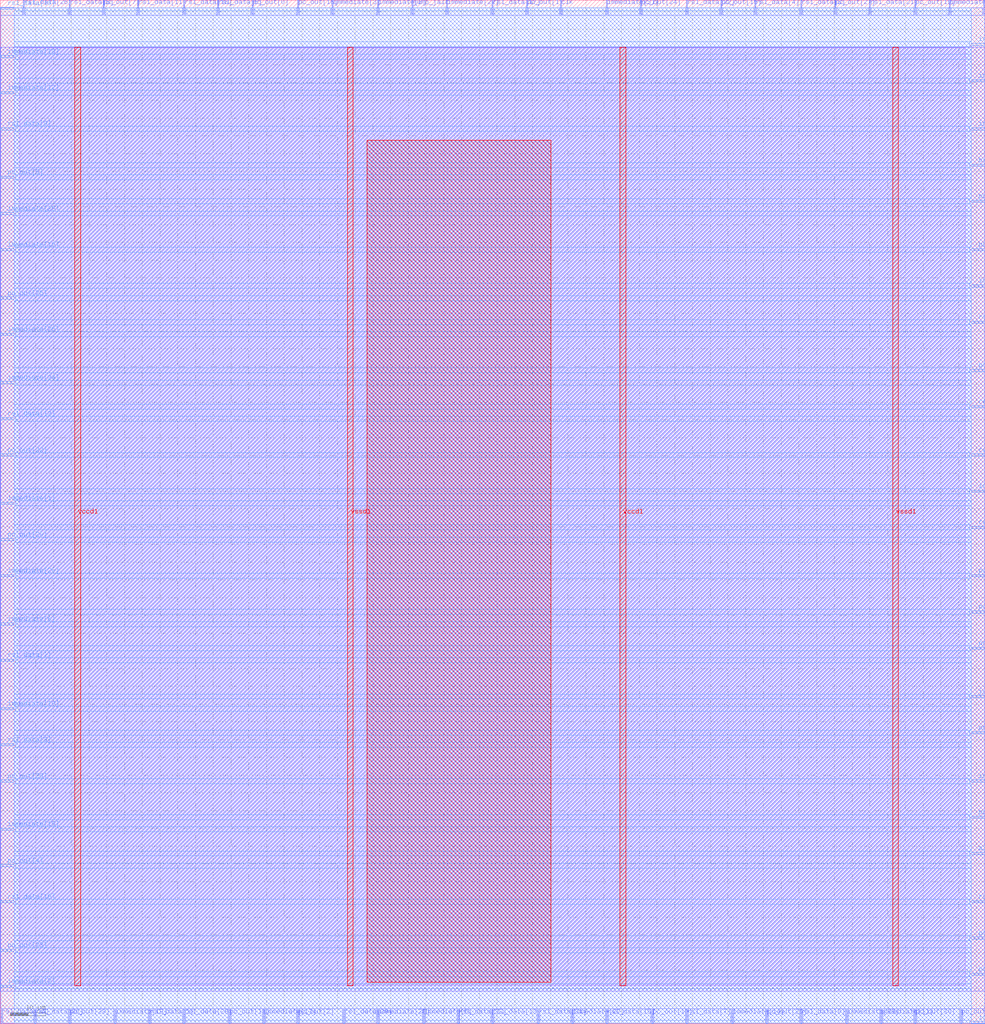
<source format=lef>
VERSION 5.7 ;
  NOWIREEXTENSIONATPIN ON ;
  DIVIDERCHAR "/" ;
  BUSBITCHARS "[]" ;
MACRO pc
  CLASS BLOCK ;
  FOREIGN pc ;
  ORIGIN 0.000 0.000 ;
  SIZE 277.485 BY 288.205 ;
  PIN alu_branch
    DIRECTION INPUT ;
    USE SIGNAL ;
    PORT
      LAYER met3 ;
        RECT 273.485 47.640 277.485 48.240 ;
    END
  END alu_branch
  PIN branch
    DIRECTION INPUT ;
    USE SIGNAL ;
    PORT
      LAYER met3 ;
        RECT 273.485 241.440 277.485 242.040 ;
    END
  END branch
  PIN clk
    DIRECTION INPUT ;
    USE SIGNAL ;
    PORT
      LAYER met2 ;
        RECT 157.870 284.205 158.150 288.205 ;
    END
  END clk
  PIN immediate[0]
    DIRECTION INPUT ;
    USE SIGNAL ;
    PORT
      LAYER met3 ;
        RECT 273.485 275.440 277.485 276.040 ;
    END
  END immediate[0]
  PIN immediate[10]
    DIRECTION INPUT ;
    USE SIGNAL ;
    PORT
      LAYER met3 ;
        RECT 0.000 88.440 4.000 89.040 ;
    END
  END immediate[10]
  PIN immediate[11]
    DIRECTION INPUT ;
    USE SIGNAL ;
    PORT
      LAYER met2 ;
        RECT 248.030 0.000 248.310 4.000 ;
    END
  END immediate[11]
  PIN immediate[12]
    DIRECTION INPUT ;
    USE SIGNAL ;
    PORT
      LAYER met3 ;
        RECT 0.000 261.840 4.000 262.440 ;
    END
  END immediate[12]
  PIN immediate[13]
    DIRECTION INPUT ;
    USE SIGNAL ;
    PORT
      LAYER met2 ;
        RECT 267.350 284.205 267.630 288.205 ;
    END
  END immediate[13]
  PIN immediate[14]
    DIRECTION INPUT ;
    USE SIGNAL ;
    PORT
      LAYER met2 ;
        RECT 206.170 0.000 206.450 4.000 ;
    END
  END immediate[14]
  PIN immediate[15]
    DIRECTION INPUT ;
    USE SIGNAL ;
    PORT
      LAYER met3 ;
        RECT 0.000 54.440 4.000 55.040 ;
    END
  END immediate[15]
  PIN immediate[16]
    DIRECTION INPUT ;
    USE SIGNAL ;
    PORT
      LAYER met3 ;
        RECT 0.000 217.640 4.000 218.240 ;
    END
  END immediate[16]
  PIN immediate[17]
    DIRECTION INPUT ;
    USE SIGNAL ;
    PORT
      LAYER met2 ;
        RECT 74.150 0.000 74.430 4.000 ;
    END
  END immediate[17]
  PIN immediate[18]
    DIRECTION INPUT ;
    USE SIGNAL ;
    PORT
      LAYER met3 ;
        RECT 0.000 272.040 4.000 272.640 ;
    END
  END immediate[18]
  PIN immediate[19]
    DIRECTION INPUT ;
    USE SIGNAL ;
    PORT
      LAYER met2 ;
        RECT 32.290 0.000 32.570 4.000 ;
    END
  END immediate[19]
  PIN immediate[1]
    DIRECTION INPUT ;
    USE SIGNAL ;
    PORT
      LAYER met3 ;
        RECT 0.000 146.240 4.000 146.840 ;
    END
  END immediate[1]
  PIN immediate[20]
    DIRECTION INPUT ;
    USE SIGNAL ;
    PORT
      LAYER met3 ;
        RECT 0.000 125.840 4.000 126.440 ;
    END
  END immediate[20]
  PIN immediate[21]
    DIRECTION INPUT ;
    USE SIGNAL ;
    PORT
      LAYER met3 ;
        RECT 273.485 207.440 277.485 208.040 ;
    END
  END immediate[21]
  PIN immediate[22]
    DIRECTION INPUT ;
    USE SIGNAL ;
    PORT
      LAYER met2 ;
        RECT 125.670 284.205 125.950 288.205 ;
    END
  END immediate[22]
  PIN immediate[23]
    DIRECTION INPUT ;
    USE SIGNAL ;
    PORT
      LAYER met2 ;
        RECT 238.370 0.000 238.650 4.000 ;
    END
  END immediate[23]
  PIN immediate[24]
    DIRECTION INPUT ;
    USE SIGNAL ;
    PORT
      LAYER met3 ;
        RECT 0.000 180.240 4.000 180.840 ;
    END
  END immediate[24]
  PIN immediate[25]
    DIRECTION INPUT ;
    USE SIGNAL ;
    PORT
      LAYER met3 ;
        RECT 0.000 227.840 4.000 228.440 ;
    END
  END immediate[25]
  PIN immediate[26]
    DIRECTION INPUT ;
    USE SIGNAL ;
    PORT
      LAYER met3 ;
        RECT 0.000 193.840 4.000 194.440 ;
    END
  END immediate[26]
  PIN immediate[27]
    DIRECTION INPUT ;
    USE SIGNAL ;
    PORT
      LAYER met2 ;
        RECT 161.090 0.000 161.370 4.000 ;
    END
  END immediate[27]
  PIN immediate[28]
    DIRECTION INPUT ;
    USE SIGNAL ;
    PORT
      LAYER met2 ;
        RECT 106.350 0.000 106.630 4.000 ;
    END
  END immediate[28]
  PIN immediate[29]
    DIRECTION INPUT ;
    USE SIGNAL ;
    PORT
      LAYER met3 ;
        RECT 273.485 0.040 277.485 0.640 ;
    END
  END immediate[29]
  PIN immediate[2]
    DIRECTION INPUT ;
    USE SIGNAL ;
    PORT
      LAYER met3 ;
        RECT 0.000 10.240 4.000 10.840 ;
    END
  END immediate[2]
  PIN immediate[30]
    DIRECTION INPUT ;
    USE SIGNAL ;
    PORT
      LAYER met3 ;
        RECT 273.485 149.640 277.485 150.240 ;
    END
  END immediate[30]
  PIN immediate[31]
    DIRECTION INPUT ;
    USE SIGNAL ;
    PORT
      LAYER met2 ;
        RECT 170.750 284.205 171.030 288.205 ;
    END
  END immediate[31]
  PIN immediate[3]
    DIRECTION INPUT ;
    USE SIGNAL ;
    PORT
      LAYER met2 ;
        RECT 93.470 284.205 93.750 288.205 ;
    END
  END immediate[3]
  PIN immediate[4]
    DIRECTION INPUT ;
    USE SIGNAL ;
    PORT
      LAYER met3 ;
        RECT 273.485 265.240 277.485 265.840 ;
    END
  END immediate[4]
  PIN immediate[5]
    DIRECTION INPUT ;
    USE SIGNAL ;
    PORT
      LAYER met2 ;
        RECT 119.230 0.000 119.510 4.000 ;
    END
  END immediate[5]
  PIN immediate[6]
    DIRECTION INPUT ;
    USE SIGNAL ;
    PORT
      LAYER met3 ;
        RECT 0.000 112.240 4.000 112.840 ;
    END
  END immediate[6]
  PIN immediate[7]
    DIRECTION INPUT ;
    USE SIGNAL ;
    PORT
      LAYER met3 ;
        RECT 273.485 251.640 277.485 252.240 ;
    END
  END immediate[7]
  PIN immediate[8]
    DIRECTION INPUT ;
    USE SIGNAL ;
    PORT
      LAYER met2 ;
        RECT 106.350 284.205 106.630 288.205 ;
    END
  END immediate[8]
  PIN immediate[9]
    DIRECTION INPUT ;
    USE SIGNAL ;
    PORT
      LAYER met3 ;
        RECT 273.485 68.040 277.485 68.640 ;
    END
  END immediate[9]
  PIN jump_jal
    DIRECTION INPUT ;
    USE SIGNAL ;
    PORT
      LAYER met3 ;
        RECT 273.485 91.840 277.485 92.440 ;
    END
  END jump_jal
  PIN jump_jalr
    DIRECTION INPUT ;
    USE SIGNAL ;
    PORT
      LAYER met2 ;
        RECT 116.010 284.205 116.290 288.205 ;
    END
  END jump_jalr
  PIN pc_out[0]
    DIRECTION OUTPUT TRISTATE ;
    USE SIGNAL ;
    PORT
      LAYER met2 ;
        RECT 70.930 284.205 71.210 288.205 ;
    END
  END pc_out[0]
  PIN pc_out[10]
    DIRECTION OUTPUT TRISTATE ;
    USE SIGNAL ;
    PORT
      LAYER met2 ;
        RECT 183.630 0.000 183.910 4.000 ;
    END
  END pc_out[10]
  PIN pc_out[11]
    DIRECTION OUTPUT TRISTATE ;
    USE SIGNAL ;
    PORT
      LAYER met2 ;
        RECT 64.490 0.000 64.770 4.000 ;
    END
  END pc_out[11]
  PIN pc_out[12]
    DIRECTION OUTPUT TRISTATE ;
    USE SIGNAL ;
    PORT
      LAYER met3 ;
        RECT 273.485 217.640 277.485 218.240 ;
    END
  END pc_out[12]
  PIN pc_out[13]
    DIRECTION OUTPUT TRISTATE ;
    USE SIGNAL ;
    PORT
      LAYER met2 ;
        RECT 270.570 0.000 270.850 4.000 ;
    END
  END pc_out[13]
  PIN pc_out[14]
    DIRECTION OUTPUT TRISTATE ;
    USE SIGNAL ;
    PORT
      LAYER met3 ;
        RECT 273.485 115.640 277.485 116.240 ;
    END
  END pc_out[14]
  PIN pc_out[15]
    DIRECTION OUTPUT TRISTATE ;
    USE SIGNAL ;
    PORT
      LAYER met2 ;
        RECT 202.950 284.205 203.230 288.205 ;
    END
  END pc_out[15]
  PIN pc_out[16]
    DIRECTION OUTPUT TRISTATE ;
    USE SIGNAL ;
    PORT
      LAYER met2 ;
        RECT 83.810 284.205 84.090 288.205 ;
    END
  END pc_out[16]
  PIN pc_out[17]
    DIRECTION OUTPUT TRISTATE ;
    USE SIGNAL ;
    PORT
      LAYER met3 ;
        RECT 273.485 13.640 277.485 14.240 ;
    END
  END pc_out[17]
  PIN pc_out[18]
    DIRECTION OUTPUT TRISTATE ;
    USE SIGNAL ;
    PORT
      LAYER met3 ;
        RECT 273.485 231.240 277.485 231.840 ;
    END
  END pc_out[18]
  PIN pc_out[19]
    DIRECTION OUTPUT TRISTATE ;
    USE SIGNAL ;
    PORT
      LAYER met2 ;
        RECT 257.690 284.205 257.970 288.205 ;
    END
  END pc_out[19]
  PIN pc_out[1]
    DIRECTION OUTPUT TRISTATE ;
    USE SIGNAL ;
    PORT
      LAYER met2 ;
        RECT 148.210 284.205 148.490 288.205 ;
    END
  END pc_out[1]
  PIN pc_out[20]
    DIRECTION OUTPUT TRISTATE ;
    USE SIGNAL ;
    PORT
      LAYER met3 ;
        RECT 0.000 136.040 4.000 136.640 ;
    END
  END pc_out[20]
  PIN pc_out[21]
    DIRECTION OUTPUT TRISTATE ;
    USE SIGNAL ;
    PORT
      LAYER met3 ;
        RECT 273.485 57.840 277.485 58.440 ;
    END
  END pc_out[21]
  PIN pc_out[22]
    DIRECTION OUTPUT TRISTATE ;
    USE SIGNAL ;
    PORT
      LAYER met3 ;
        RECT 0.000 159.840 4.000 160.440 ;
    END
  END pc_out[22]
  PIN pc_out[23]
    DIRECTION OUTPUT TRISTATE ;
    USE SIGNAL ;
    PORT
      LAYER met3 ;
        RECT 0.000 20.440 4.000 21.040 ;
    END
  END pc_out[23]
  PIN pc_out[24]
    DIRECTION OUTPUT TRISTATE ;
    USE SIGNAL ;
    PORT
      LAYER met2 ;
        RECT 180.410 284.205 180.690 288.205 ;
    END
  END pc_out[24]
  PIN pc_out[25]
    DIRECTION OUTPUT TRISTATE ;
    USE SIGNAL ;
    PORT
      LAYER met3 ;
        RECT 0.000 204.040 4.000 204.640 ;
    END
  END pc_out[25]
  PIN pc_out[26]
    DIRECTION OUTPUT TRISTATE ;
    USE SIGNAL ;
    PORT
      LAYER met2 ;
        RECT 215.830 0.000 216.110 4.000 ;
    END
  END pc_out[26]
  PIN pc_out[27]
    DIRECTION OUTPUT TRISTATE ;
    USE SIGNAL ;
    PORT
      LAYER met2 ;
        RECT 235.150 284.205 235.430 288.205 ;
    END
  END pc_out[27]
  PIN pc_out[28]
    DIRECTION OUTPUT TRISTATE ;
    USE SIGNAL ;
    PORT
      LAYER met3 ;
        RECT 0.000 68.040 4.000 68.640 ;
    END
  END pc_out[28]
  PIN pc_out[29]
    DIRECTION OUTPUT TRISTATE ;
    USE SIGNAL ;
    PORT
      LAYER met2 ;
        RECT 19.410 0.000 19.690 4.000 ;
    END
  END pc_out[29]
  PIN pc_out[2]
    DIRECTION OUTPUT TRISTATE ;
    USE SIGNAL ;
    PORT
      LAYER met2 ;
        RECT 83.810 0.000 84.090 4.000 ;
    END
  END pc_out[2]
  PIN pc_out[30]
    DIRECTION OUTPUT TRISTATE ;
    USE SIGNAL ;
    PORT
      LAYER met2 ;
        RECT 257.690 0.000 257.970 4.000 ;
    END
  END pc_out[30]
  PIN pc_out[31]
    DIRECTION OUTPUT TRISTATE ;
    USE SIGNAL ;
    PORT
      LAYER met3 ;
        RECT 273.485 125.840 277.485 126.440 ;
    END
  END pc_out[31]
  PIN pc_out[3]
    DIRECTION OUTPUT TRISTATE ;
    USE SIGNAL ;
    PORT
      LAYER met3 ;
        RECT 273.485 81.640 277.485 82.240 ;
    END
  END pc_out[3]
  PIN pc_out[4]
    DIRECTION OUTPUT TRISTATE ;
    USE SIGNAL ;
    PORT
      LAYER met3 ;
        RECT 0.000 44.240 4.000 44.840 ;
    END
  END pc_out[4]
  PIN pc_out[5]
    DIRECTION OUTPUT TRISTATE ;
    USE SIGNAL ;
    PORT
      LAYER met3 ;
        RECT 0.000 238.040 4.000 238.640 ;
    END
  END pc_out[5]
  PIN pc_out[6]
    DIRECTION OUTPUT TRISTATE ;
    USE SIGNAL ;
    PORT
      LAYER met3 ;
        RECT 273.485 23.840 277.485 24.440 ;
    END
  END pc_out[6]
  PIN pc_out[7]
    DIRECTION OUTPUT TRISTATE ;
    USE SIGNAL ;
    PORT
      LAYER met2 ;
        RECT 29.070 284.205 29.350 288.205 ;
    END
  END pc_out[7]
  PIN pc_out[8]
    DIRECTION OUTPUT TRISTATE ;
    USE SIGNAL ;
    PORT
      LAYER met3 ;
        RECT 273.485 105.440 277.485 106.040 ;
    END
  END pc_out[8]
  PIN pc_out[9]
    DIRECTION OUTPUT TRISTATE ;
    USE SIGNAL ;
    PORT
      LAYER met3 ;
        RECT 273.485 183.640 277.485 184.240 ;
    END
  END pc_out[9]
  PIN rs1_data[0]
    DIRECTION INPUT ;
    USE SIGNAL ;
    PORT
      LAYER met2 ;
        RECT 225.490 0.000 225.770 4.000 ;
    END
  END rs1_data[0]
  PIN rs1_data[10]
    DIRECTION INPUT ;
    USE SIGNAL ;
    PORT
      LAYER met3 ;
        RECT 273.485 197.240 277.485 197.840 ;
    END
  END rs1_data[10]
  PIN rs1_data[11]
    DIRECTION INPUT ;
    USE SIGNAL ;
    PORT
      LAYER met2 ;
        RECT 38.730 284.205 39.010 288.205 ;
    END
  END rs1_data[11]
  PIN rs1_data[12]
    DIRECTION INPUT ;
    USE SIGNAL ;
    PORT
      LAYER met3 ;
        RECT 0.000 170.040 4.000 170.640 ;
    END
  END rs1_data[12]
  PIN rs1_data[13]
    DIRECTION INPUT ;
    USE SIGNAL ;
    PORT
      LAYER met2 ;
        RECT 138.550 0.000 138.830 4.000 ;
    END
  END rs1_data[13]
  PIN rs1_data[14]
    DIRECTION INPUT ;
    USE SIGNAL ;
    PORT
      LAYER met2 ;
        RECT 0.090 0.000 0.370 4.000 ;
    END
  END rs1_data[14]
  PIN rs1_data[15]
    DIRECTION INPUT ;
    USE SIGNAL ;
    PORT
      LAYER met2 ;
        RECT 170.750 0.000 171.030 4.000 ;
    END
  END rs1_data[15]
  PIN rs1_data[16]
    DIRECTION INPUT ;
    USE SIGNAL ;
    PORT
      LAYER met2 ;
        RECT 51.610 284.205 51.890 288.205 ;
    END
  END rs1_data[16]
  PIN rs1_data[17]
    DIRECTION INPUT ;
    USE SIGNAL ;
    PORT
      LAYER met2 ;
        RECT 138.550 284.205 138.830 288.205 ;
    END
  END rs1_data[17]
  PIN rs1_data[18]
    DIRECTION INPUT ;
    USE SIGNAL ;
    PORT
      LAYER met3 ;
        RECT 0.000 34.040 4.000 34.640 ;
    END
  END rs1_data[18]
  PIN rs1_data[19]
    DIRECTION INPUT ;
    USE SIGNAL ;
    PORT
      LAYER met3 ;
        RECT 0.000 285.640 4.000 286.240 ;
    END
  END rs1_data[19]
  PIN rs1_data[1]
    DIRECTION INPUT ;
    USE SIGNAL ;
    PORT
      LAYER met2 ;
        RECT 41.950 0.000 42.230 4.000 ;
    END
  END rs1_data[1]
  PIN rs1_data[20]
    DIRECTION INPUT ;
    USE SIGNAL ;
    PORT
      LAYER met2 ;
        RECT 9.750 0.000 10.030 4.000 ;
    END
  END rs1_data[20]
  PIN rs1_data[21]
    DIRECTION INPUT ;
    USE SIGNAL ;
    PORT
      LAYER met2 ;
        RECT 244.810 284.205 245.090 288.205 ;
    END
  END rs1_data[21]
  PIN rs1_data[22]
    DIRECTION INPUT ;
    USE SIGNAL ;
    PORT
      LAYER met2 ;
        RECT 193.290 284.205 193.570 288.205 ;
    END
  END rs1_data[22]
  PIN rs1_data[23]
    DIRECTION INPUT ;
    USE SIGNAL ;
    PORT
      LAYER met2 ;
        RECT 128.890 0.000 129.170 4.000 ;
    END
  END rs1_data[23]
  PIN rs1_data[24]
    DIRECTION INPUT ;
    USE SIGNAL ;
    PORT
      LAYER met2 ;
        RECT 277.010 284.205 277.290 288.205 ;
    END
  END rs1_data[24]
  PIN rs1_data[25]
    DIRECTION INPUT ;
    USE SIGNAL ;
    PORT
      LAYER met3 ;
        RECT 273.485 34.040 277.485 34.640 ;
    END
  END rs1_data[25]
  PIN rs1_data[26]
    DIRECTION INPUT ;
    USE SIGNAL ;
    PORT
      LAYER met2 ;
        RECT 6.530 284.205 6.810 288.205 ;
    END
  END rs1_data[26]
  PIN rs1_data[27]
    DIRECTION INPUT ;
    USE SIGNAL ;
    PORT
      LAYER met3 ;
        RECT 273.485 159.840 277.485 160.440 ;
    END
  END rs1_data[27]
  PIN rs1_data[28]
    DIRECTION INPUT ;
    USE SIGNAL ;
    PORT
      LAYER met2 ;
        RECT 51.610 0.000 51.890 4.000 ;
    END
  END rs1_data[28]
  PIN rs1_data[29]
    DIRECTION INPUT ;
    USE SIGNAL ;
    PORT
      LAYER met2 ;
        RECT 96.690 0.000 96.970 4.000 ;
    END
  END rs1_data[29]
  PIN rs1_data[2]
    DIRECTION INPUT ;
    USE SIGNAL ;
    PORT
      LAYER met3 ;
        RECT 0.000 102.040 4.000 102.640 ;
    END
  END rs1_data[2]
  PIN rs1_data[30]
    DIRECTION INPUT ;
    USE SIGNAL ;
    PORT
      LAYER met3 ;
        RECT 273.485 173.440 277.485 174.040 ;
    END
  END rs1_data[30]
  PIN rs1_data[31]
    DIRECTION INPUT ;
    USE SIGNAL ;
    PORT
      LAYER met2 ;
        RECT 151.430 0.000 151.710 4.000 ;
    END
  END rs1_data[31]
  PIN rs1_data[3]
    DIRECTION INPUT ;
    USE SIGNAL ;
    PORT
      LAYER met2 ;
        RECT 225.490 284.205 225.770 288.205 ;
    END
  END rs1_data[3]
  PIN rs1_data[4]
    DIRECTION INPUT ;
    USE SIGNAL ;
    PORT
      LAYER met2 ;
        RECT 212.610 284.205 212.890 288.205 ;
    END
  END rs1_data[4]
  PIN rs1_data[5]
    DIRECTION INPUT ;
    USE SIGNAL ;
    PORT
      LAYER met2 ;
        RECT 19.410 284.205 19.690 288.205 ;
    END
  END rs1_data[5]
  PIN rs1_data[6]
    DIRECTION INPUT ;
    USE SIGNAL ;
    PORT
      LAYER met2 ;
        RECT 61.270 284.205 61.550 288.205 ;
    END
  END rs1_data[6]
  PIN rs1_data[7]
    DIRECTION INPUT ;
    USE SIGNAL ;
    PORT
      LAYER met2 ;
        RECT 193.290 0.000 193.570 4.000 ;
    END
  END rs1_data[7]
  PIN rs1_data[8]
    DIRECTION INPUT ;
    USE SIGNAL ;
    PORT
      LAYER met3 ;
        RECT 0.000 78.240 4.000 78.840 ;
    END
  END rs1_data[8]
  PIN rs1_data[9]
    DIRECTION INPUT ;
    USE SIGNAL ;
    PORT
      LAYER met3 ;
        RECT 0.000 251.640 4.000 252.240 ;
    END
  END rs1_data[9]
  PIN rst_n
    DIRECTION INPUT ;
    USE SIGNAL ;
    PORT
      LAYER met3 ;
        RECT 273.485 139.440 277.485 140.040 ;
    END
  END rst_n
  PIN vccd1
    DIRECTION INOUT ;
    USE POWER ;
    PORT
      LAYER met4 ;
        RECT 21.040 10.640 22.640 274.960 ;
    END
    PORT
      LAYER met4 ;
        RECT 174.640 10.640 176.240 274.960 ;
    END
  END vccd1
  PIN vssd1
    DIRECTION INOUT ;
    USE GROUND ;
    PORT
      LAYER met4 ;
        RECT 97.840 10.640 99.440 274.960 ;
    END
    PORT
      LAYER met4 ;
        RECT 251.440 10.640 253.040 274.960 ;
    END
  END vssd1
  OBS
      LAYER li1 ;
        RECT 5.520 10.795 271.860 274.805 ;
      LAYER met1 ;
        RECT 0.070 9.220 277.310 274.960 ;
      LAYER met2 ;
        RECT 0.100 283.925 6.250 286.125 ;
        RECT 7.090 283.925 19.130 286.125 ;
        RECT 19.970 283.925 28.790 286.125 ;
        RECT 29.630 283.925 38.450 286.125 ;
        RECT 39.290 283.925 51.330 286.125 ;
        RECT 52.170 283.925 60.990 286.125 ;
        RECT 61.830 283.925 70.650 286.125 ;
        RECT 71.490 283.925 83.530 286.125 ;
        RECT 84.370 283.925 93.190 286.125 ;
        RECT 94.030 283.925 106.070 286.125 ;
        RECT 106.910 283.925 115.730 286.125 ;
        RECT 116.570 283.925 125.390 286.125 ;
        RECT 126.230 283.925 138.270 286.125 ;
        RECT 139.110 283.925 147.930 286.125 ;
        RECT 148.770 283.925 157.590 286.125 ;
        RECT 158.430 283.925 170.470 286.125 ;
        RECT 171.310 283.925 180.130 286.125 ;
        RECT 180.970 283.925 193.010 286.125 ;
        RECT 193.850 283.925 202.670 286.125 ;
        RECT 203.510 283.925 212.330 286.125 ;
        RECT 213.170 283.925 225.210 286.125 ;
        RECT 226.050 283.925 234.870 286.125 ;
        RECT 235.710 283.925 244.530 286.125 ;
        RECT 245.370 283.925 257.410 286.125 ;
        RECT 258.250 283.925 267.070 286.125 ;
        RECT 267.910 283.925 276.730 286.125 ;
        RECT 0.100 4.280 277.280 283.925 ;
        RECT 0.650 0.155 9.470 4.280 ;
        RECT 10.310 0.155 19.130 4.280 ;
        RECT 19.970 0.155 32.010 4.280 ;
        RECT 32.850 0.155 41.670 4.280 ;
        RECT 42.510 0.155 51.330 4.280 ;
        RECT 52.170 0.155 64.210 4.280 ;
        RECT 65.050 0.155 73.870 4.280 ;
        RECT 74.710 0.155 83.530 4.280 ;
        RECT 84.370 0.155 96.410 4.280 ;
        RECT 97.250 0.155 106.070 4.280 ;
        RECT 106.910 0.155 118.950 4.280 ;
        RECT 119.790 0.155 128.610 4.280 ;
        RECT 129.450 0.155 138.270 4.280 ;
        RECT 139.110 0.155 151.150 4.280 ;
        RECT 151.990 0.155 160.810 4.280 ;
        RECT 161.650 0.155 170.470 4.280 ;
        RECT 171.310 0.155 183.350 4.280 ;
        RECT 184.190 0.155 193.010 4.280 ;
        RECT 193.850 0.155 205.890 4.280 ;
        RECT 206.730 0.155 215.550 4.280 ;
        RECT 216.390 0.155 225.210 4.280 ;
        RECT 226.050 0.155 238.090 4.280 ;
        RECT 238.930 0.155 247.750 4.280 ;
        RECT 248.590 0.155 257.410 4.280 ;
        RECT 258.250 0.155 270.290 4.280 ;
        RECT 271.130 0.155 277.280 4.280 ;
      LAYER met3 ;
        RECT 4.400 285.240 273.485 286.105 ;
        RECT 4.000 276.440 273.485 285.240 ;
        RECT 4.000 275.040 273.085 276.440 ;
        RECT 4.000 273.040 273.485 275.040 ;
        RECT 4.400 271.640 273.485 273.040 ;
        RECT 4.000 266.240 273.485 271.640 ;
        RECT 4.000 264.840 273.085 266.240 ;
        RECT 4.000 262.840 273.485 264.840 ;
        RECT 4.400 261.440 273.485 262.840 ;
        RECT 4.000 252.640 273.485 261.440 ;
        RECT 4.400 251.240 273.085 252.640 ;
        RECT 4.000 242.440 273.485 251.240 ;
        RECT 4.000 241.040 273.085 242.440 ;
        RECT 4.000 239.040 273.485 241.040 ;
        RECT 4.400 237.640 273.485 239.040 ;
        RECT 4.000 232.240 273.485 237.640 ;
        RECT 4.000 230.840 273.085 232.240 ;
        RECT 4.000 228.840 273.485 230.840 ;
        RECT 4.400 227.440 273.485 228.840 ;
        RECT 4.000 218.640 273.485 227.440 ;
        RECT 4.400 217.240 273.085 218.640 ;
        RECT 4.000 208.440 273.485 217.240 ;
        RECT 4.000 207.040 273.085 208.440 ;
        RECT 4.000 205.040 273.485 207.040 ;
        RECT 4.400 203.640 273.485 205.040 ;
        RECT 4.000 198.240 273.485 203.640 ;
        RECT 4.000 196.840 273.085 198.240 ;
        RECT 4.000 194.840 273.485 196.840 ;
        RECT 4.400 193.440 273.485 194.840 ;
        RECT 4.000 184.640 273.485 193.440 ;
        RECT 4.000 183.240 273.085 184.640 ;
        RECT 4.000 181.240 273.485 183.240 ;
        RECT 4.400 179.840 273.485 181.240 ;
        RECT 4.000 174.440 273.485 179.840 ;
        RECT 4.000 173.040 273.085 174.440 ;
        RECT 4.000 171.040 273.485 173.040 ;
        RECT 4.400 169.640 273.485 171.040 ;
        RECT 4.000 160.840 273.485 169.640 ;
        RECT 4.400 159.440 273.085 160.840 ;
        RECT 4.000 150.640 273.485 159.440 ;
        RECT 4.000 149.240 273.085 150.640 ;
        RECT 4.000 147.240 273.485 149.240 ;
        RECT 4.400 145.840 273.485 147.240 ;
        RECT 4.000 140.440 273.485 145.840 ;
        RECT 4.000 139.040 273.085 140.440 ;
        RECT 4.000 137.040 273.485 139.040 ;
        RECT 4.400 135.640 273.485 137.040 ;
        RECT 4.000 126.840 273.485 135.640 ;
        RECT 4.400 125.440 273.085 126.840 ;
        RECT 4.000 116.640 273.485 125.440 ;
        RECT 4.000 115.240 273.085 116.640 ;
        RECT 4.000 113.240 273.485 115.240 ;
        RECT 4.400 111.840 273.485 113.240 ;
        RECT 4.000 106.440 273.485 111.840 ;
        RECT 4.000 105.040 273.085 106.440 ;
        RECT 4.000 103.040 273.485 105.040 ;
        RECT 4.400 101.640 273.485 103.040 ;
        RECT 4.000 92.840 273.485 101.640 ;
        RECT 4.000 91.440 273.085 92.840 ;
        RECT 4.000 89.440 273.485 91.440 ;
        RECT 4.400 88.040 273.485 89.440 ;
        RECT 4.000 82.640 273.485 88.040 ;
        RECT 4.000 81.240 273.085 82.640 ;
        RECT 4.000 79.240 273.485 81.240 ;
        RECT 4.400 77.840 273.485 79.240 ;
        RECT 4.000 69.040 273.485 77.840 ;
        RECT 4.400 67.640 273.085 69.040 ;
        RECT 4.000 58.840 273.485 67.640 ;
        RECT 4.000 57.440 273.085 58.840 ;
        RECT 4.000 55.440 273.485 57.440 ;
        RECT 4.400 54.040 273.485 55.440 ;
        RECT 4.000 48.640 273.485 54.040 ;
        RECT 4.000 47.240 273.085 48.640 ;
        RECT 4.000 45.240 273.485 47.240 ;
        RECT 4.400 43.840 273.485 45.240 ;
        RECT 4.000 35.040 273.485 43.840 ;
        RECT 4.400 33.640 273.085 35.040 ;
        RECT 4.000 24.840 273.485 33.640 ;
        RECT 4.000 23.440 273.085 24.840 ;
        RECT 4.000 21.440 273.485 23.440 ;
        RECT 4.400 20.040 273.485 21.440 ;
        RECT 4.000 14.640 273.485 20.040 ;
        RECT 4.000 13.240 273.085 14.640 ;
        RECT 4.000 11.240 273.485 13.240 ;
        RECT 4.400 9.840 273.485 11.240 ;
        RECT 4.000 1.040 273.485 9.840 ;
        RECT 4.000 0.175 273.085 1.040 ;
      LAYER met4 ;
        RECT 103.335 11.735 155.185 248.705 ;
  END
END pc
END LIBRARY


</source>
